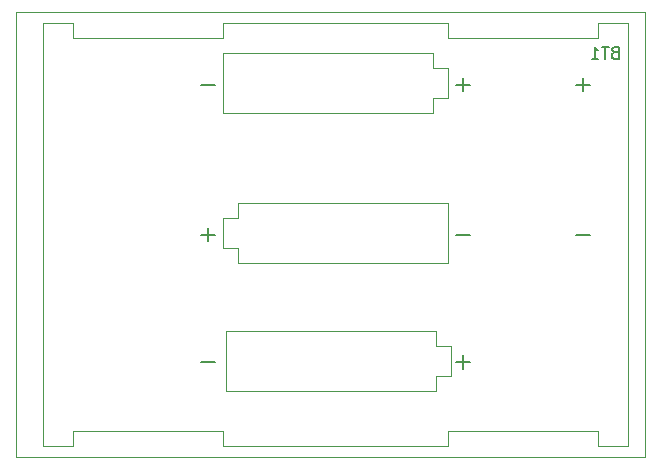
<source format=gbo>
G04 #@! TF.GenerationSoftware,KiCad,Pcbnew,(5.0.2)-1*
G04 #@! TF.CreationDate,2019-06-19T11:59:55+10:00*
G04 #@! TF.ProjectId,C-Beeper,432d4265-6570-4657-922e-6b696361645f,rev?*
G04 #@! TF.SameCoordinates,Original*
G04 #@! TF.FileFunction,Legend,Bot*
G04 #@! TF.FilePolarity,Positive*
%FSLAX46Y46*%
G04 Gerber Fmt 4.6, Leading zero omitted, Abs format (unit mm)*
G04 Created by KiCad (PCBNEW (5.0.2)-1) date 19/06/2019 11:59:55 AM*
%MOMM*%
%LPD*%
G01*
G04 APERTURE LIST*
%ADD10C,0.120000*%
%ADD11C,0.150000*%
G04 APERTURE END LIST*
D10*
G04 #@! TO.C,BT1*
X142540000Y-109120000D02*
X142540000Y-71420000D01*
X195740000Y-109120000D02*
X142540000Y-109120000D01*
X195740000Y-71420000D02*
X195740000Y-109120000D01*
X142540000Y-71420000D02*
X195740000Y-71420000D01*
X160274000Y-98425000D02*
X160274000Y-99695000D01*
X178054000Y-98425000D02*
X160274000Y-98425000D01*
X178054000Y-99695000D02*
X178054000Y-98425000D01*
X179324000Y-99695000D02*
X178054000Y-99695000D01*
X179324000Y-102235000D02*
X179324000Y-99695000D01*
X178054000Y-102235000D02*
X179324000Y-102235000D01*
X178054000Y-103505000D02*
X178054000Y-102235000D01*
X160274000Y-103505000D02*
X178054000Y-103505000D01*
X160274000Y-99695000D02*
X160274000Y-103505000D01*
X160274000Y-99695000D02*
X160274000Y-103505000D01*
X160274000Y-103505000D02*
X178054000Y-103505000D01*
X178054000Y-103505000D02*
X178054000Y-102235000D01*
X178054000Y-102235000D02*
X179324000Y-102235000D01*
X179324000Y-102235000D02*
X179324000Y-99695000D01*
X179324000Y-99695000D02*
X178054000Y-99695000D01*
X178054000Y-99695000D02*
X178054000Y-98425000D01*
X178054000Y-98425000D02*
X160274000Y-98425000D01*
X160274000Y-98425000D02*
X160274000Y-99695000D01*
X160020000Y-74930000D02*
X160020000Y-76200000D01*
X177800000Y-74930000D02*
X160020000Y-74930000D01*
X177800000Y-76200000D02*
X177800000Y-74930000D01*
X179070000Y-76200000D02*
X177800000Y-76200000D01*
X179070000Y-78740000D02*
X179070000Y-76200000D01*
X177800000Y-78740000D02*
X179070000Y-78740000D01*
X177800000Y-80010000D02*
X177800000Y-78740000D01*
X160020000Y-80010000D02*
X177800000Y-80010000D01*
X160020000Y-76200000D02*
X160020000Y-80010000D01*
X194310000Y-95250000D02*
X194310000Y-108140500D01*
X144780000Y-95250000D02*
X144780000Y-108150000D01*
X179070000Y-92710000D02*
X179070000Y-87630000D01*
X179070000Y-87630000D02*
X161290000Y-87630000D01*
X161290000Y-87630000D02*
X161290000Y-88900000D01*
X161290000Y-88900000D02*
X160020000Y-88900000D01*
X160020000Y-88900000D02*
X160020000Y-91440000D01*
X160020000Y-91440000D02*
X161290000Y-91440000D01*
X161290000Y-91440000D02*
X161290000Y-92710000D01*
X161290000Y-92710000D02*
X179070000Y-92710000D01*
X160020000Y-76200000D02*
X160020000Y-80010000D01*
X160020000Y-80010000D02*
X177800000Y-80010000D01*
X177800000Y-80010000D02*
X177800000Y-78740000D01*
X177800000Y-78740000D02*
X179070000Y-78740000D01*
X179070000Y-78740000D02*
X179070000Y-76200000D01*
X179070000Y-76200000D02*
X177800000Y-76200000D01*
X177800000Y-76200000D02*
X177800000Y-74930000D01*
X177800000Y-74930000D02*
X160020000Y-74930000D01*
X160020000Y-74930000D02*
X160020000Y-76200000D01*
X179070000Y-106880000D02*
X179070000Y-108150000D01*
X179070000Y-108150000D02*
X160020000Y-108150000D01*
X160020000Y-108150000D02*
X160020000Y-106880000D01*
X147320000Y-73660000D02*
X160020000Y-73660000D01*
X160020000Y-73660000D02*
X160020000Y-72390000D01*
X160020000Y-72390000D02*
X179070000Y-72390000D01*
X179070000Y-72390000D02*
X179070000Y-73660000D01*
X147320000Y-106880000D02*
X160020000Y-106880000D01*
X191770000Y-73660000D02*
X179070000Y-73660000D01*
X191770000Y-73660000D02*
X191770000Y-72390000D01*
X191770000Y-72390000D02*
X194310000Y-72390000D01*
X194310000Y-72390000D02*
X194310000Y-95250000D01*
X194310000Y-108140500D02*
X191770000Y-108140500D01*
X191770000Y-108140500D02*
X191770000Y-106880000D01*
X191770000Y-106880000D02*
X179070000Y-106880000D01*
X144780000Y-72390000D02*
X147320000Y-72390000D01*
X147320000Y-72390000D02*
X147320000Y-73660000D01*
X144780000Y-72390000D02*
X144780000Y-95250000D01*
X144780000Y-108150000D02*
X147320000Y-108150000D01*
X147320000Y-108150000D02*
X147320000Y-106880000D01*
D11*
X193190714Y-74858571D02*
X193047857Y-74906190D01*
X193000238Y-74953809D01*
X192952619Y-75049047D01*
X192952619Y-75191904D01*
X193000238Y-75287142D01*
X193047857Y-75334761D01*
X193143095Y-75382380D01*
X193524047Y-75382380D01*
X193524047Y-74382380D01*
X193190714Y-74382380D01*
X193095476Y-74430000D01*
X193047857Y-74477619D01*
X193000238Y-74572857D01*
X193000238Y-74668095D01*
X193047857Y-74763333D01*
X193095476Y-74810952D01*
X193190714Y-74858571D01*
X193524047Y-74858571D01*
X192666904Y-74382380D02*
X192095476Y-74382380D01*
X192381190Y-75382380D02*
X192381190Y-74382380D01*
X191238333Y-75382380D02*
X191809761Y-75382380D01*
X191524047Y-75382380D02*
X191524047Y-74382380D01*
X191619285Y-74525238D01*
X191714523Y-74620476D01*
X191809761Y-74668095D01*
X180911428Y-77577142D02*
X179768571Y-77577142D01*
X180340000Y-78148571D02*
X180340000Y-77005714D01*
X159321428Y-90277142D02*
X158178571Y-90277142D01*
X158750000Y-90848571D02*
X158750000Y-89705714D01*
X180911428Y-101072142D02*
X179768571Y-101072142D01*
X180340000Y-101643571D02*
X180340000Y-100500714D01*
X180911428Y-90277142D02*
X179768571Y-90277142D01*
X159321428Y-101072142D02*
X158178571Y-101072142D01*
X159321428Y-77577142D02*
X158178571Y-77577142D01*
X191071428Y-90277142D02*
X189928571Y-90277142D01*
X191071428Y-77577142D02*
X189928571Y-77577142D01*
X190500000Y-78148571D02*
X190500000Y-77005714D01*
G04 #@! TD*
M02*

</source>
